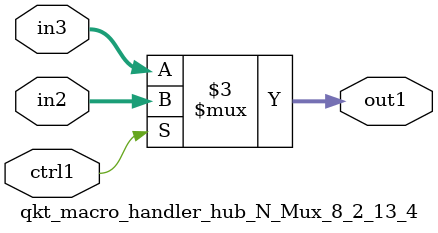
<source format=v>

`timescale 1ps / 1ps


module qkt_macro_handler_hub_N_Mux_8_2_13_4( in3, in2, ctrl1, out1 );

    input [7:0] in3;
    input [7:0] in2;
    input ctrl1;
    output [7:0] out1;
    reg [7:0] out1;

    
    // rtl_process:qkt_macro_handler_hub_N_Mux_8_2_13_4/qkt_macro_handler_hub_N_Mux_8_2_13_4_thread_1
    always @*
      begin : qkt_macro_handler_hub_N_Mux_8_2_13_4_thread_1
        case (ctrl1) 
          1'b1: 
            begin
              out1 = in2;
            end
          default: 
            begin
              out1 = in3;
            end
        endcase
      end

endmodule



</source>
